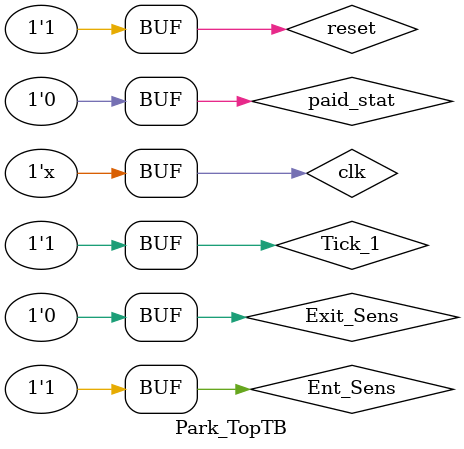
<source format=v>
`timescale 1ns / 1ns



///////////////////////////////////////////////////////////////////////////////////////
////////Self-checking Test Bench for the Even-odd Up/Down Counter//////////////////////
/////////////////////////////////////////////////////////////////////////////////////

module Park_TopTB();

reg  clk,
     reset,
     Ent_Sens,
     Exit_Sens,
     Tick_1,
     paid_stat;
     
wire Red_State;
wire Green_State;
wire[3:0] Sev_indicator;


//Intantiating design under test(DUT)

            Top_Lev DUT(    .clk(clk),    
                             .reset(reset), 
                             .Ent_Sens(Ent_Sens), 
                             .Exit_Sens(Exit_Sens) , 
                             .Tick_1(Tick_1) , 
                             .paid_stat(paid_stat), 
                             .Red_State(Red_State), 
                             .Green_State(Green_State),
                             .Sev_indicator(Sev_indicator)
                                 
                              );
                              
                              
initial 
     begin 
        clk = 1'b0;
     end 

always
    begin 
        #10 clk = ~clk;
    end 
    
initial
 begin
         // Initialize Inputs

 reset  = 0;
 Ent_Sens = 0;
 Exit_Sens = 0;
 Tick_1 = 0;
 paid_stat = 0;
 // Wait 100 ns for global reset to finish
 #100;

   reset = 1;
 #20;
 
   Ent_Sens = 1; 
 #20
   Tick_1 = 1;
 #500
   paid_stat = 0;
 #1000;
   
 
 


  end

        endmodule

</source>
